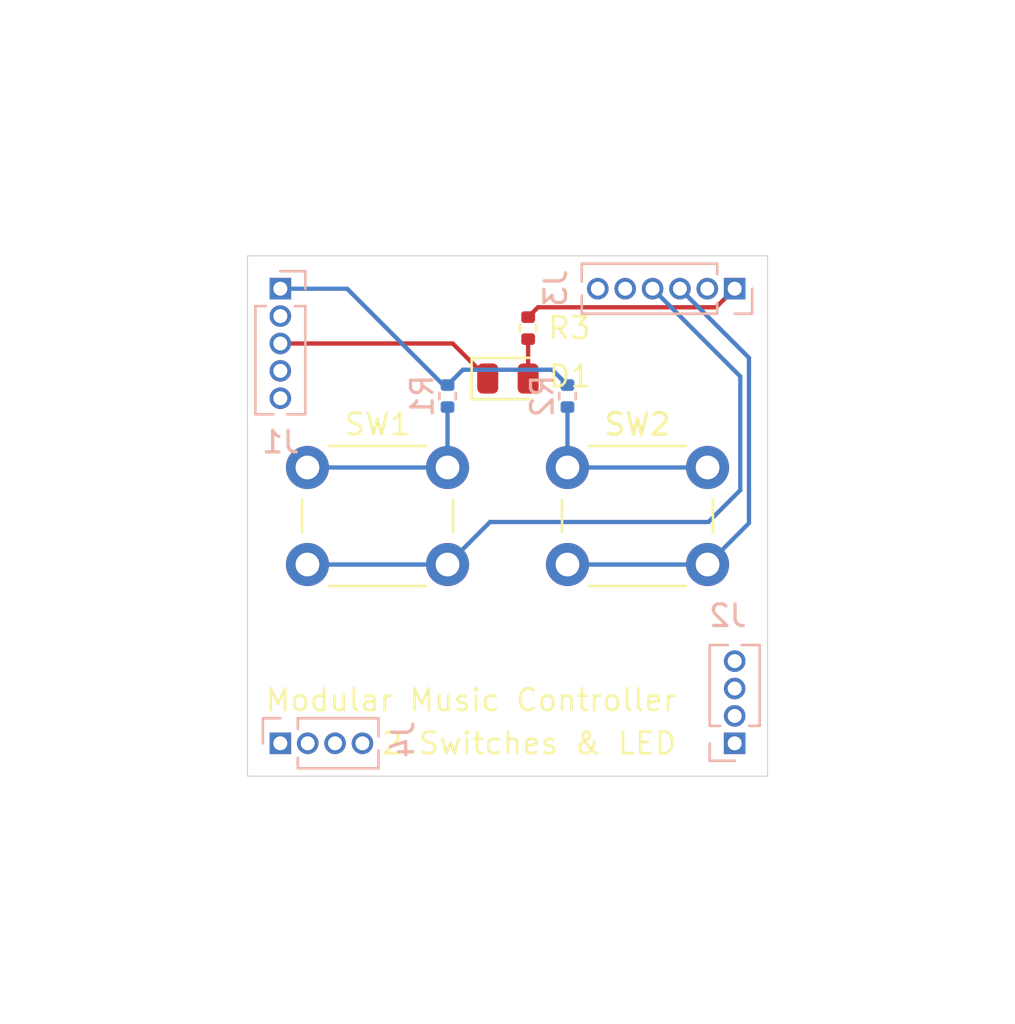
<source format=kicad_pcb>
(kicad_pcb (version 20241229) (generator "pcbnew") (generator_version "9.0")
  (title_block (title "Modular Music Controller / Block / Two Switches (Horizontal)") (date "2025-12-03") (rev "1") (company "Dennis Schulmeister-Zimolong"))
  (layers (0 "F.Cu" signal) (2 "B.Cu" signal) (13 "F.Paste" user) (15 "B.Paste" user) (5 "F.SilkS" user "F.Silkscreen") (7 "B.SilkS" user "B.Silkscreen") (1 "F.Mask" user) (3 "B.Mask" user) (25 "Edge.Cuts" user))
  (net 0 "")
  (net 1 "GND")
  (net 2 "Net-(D1-A)")
  (net 3 "/SlotBus.Clock")
  (net 4 "/AREF")
  (net 5 "/+3.3V Digital")
  (net 6 "/SlotBus.Data")
  (net 7 "/Addr3")
  (net 8 "/Addr0")
  (net 9 "/Addr1")
  (net 10 "/Addr2")
  (net 11 "/B")
  (net 12 "/C")
  (net 13 "/LED")
  (net 14 "/A1")
  (net 15 "/A")
  (net 16 "/A0")
  (net 17 "/Typ3")
  (net 18 "/Typ0")
  (net 19 "/Typ1")
  (net 20 "/Typ2")
  (net 21 "Net-(R1-Pad2)")
  (net 22 "Net-(R2-Pad2)")
  (footprint "LED_SMD:LED_0805_2012Metric" (layer "F.Cu") (at 139.085 107.2896)
    (property "Reference" "D1" (at 2.8725 -0.1016 0) (layer "F.SilkS") (effects (font (thickness 0.125))))
    (property "Value" "LED")
    (fp_line (start -1.685 -0.96) (end -1.685 0.96) (stroke (width 0.12)) (layer "F.SilkS"))
    (fp_line (start -1.685 0.96) (end 1 0.96) (stroke (width 0.12)) (layer "F.SilkS"))
    (fp_line (start 1 -0.96) (end -1.685 -0.96) (stroke (width 0.12)) (layer "F.SilkS"))
    (pad "1" smd roundrect (at -0.9375 0) (size 0.975 1.4) (layers "F.Cu" "F.Mask" "F.Paste") (net 1 "GND"))
    (pad "2" smd roundrect (at 0.9375 0) (size 0.975 1.4) (layers "F.Cu" "F.Mask" "F.Paste") (net 2 "Net-(D1-A)"))
  )
  (footprint "Button_Switch_THT:SW_PUSH_6mm" (layer "F.Cu") (at 141.8473 111.415)
    (property "Reference" "SW2" (at 3.25 -2 0) (layer "F.SilkS"))
    (property "Value" "SW_Push")
    (fp_line (start -0.25 1.5) (end -0.25 3) (stroke (width 0.12)) (layer "F.SilkS"))
    (fp_line (start 1 5.5) (end 5.5 5.5) (stroke (width 0.12)) (layer "F.SilkS"))
    (fp_line (start 5.5 -1) (end 1 -1) (stroke (width 0.12)) (layer "F.SilkS"))
    (fp_line (start 6.75 3) (end 6.75 1.5) (stroke (width 0.12)) (layer "F.SilkS"))
    (pad "1" thru_hole circle (at 0 0 90) (size 2 2) (drill 1.1) (layers "*.Cu" "*.Mask") (net 22 "Net-(R2-Pad2)"))
    (pad "1" thru_hole circle (at 6.5 0 90) (size 2 2) (drill 1.1) (layers "*.Cu" "*.Mask") (net 22 "Net-(R2-Pad2)"))
    (pad "2" thru_hole circle (at 0 4.5 90) (size 2 2) (drill 1.1) (layers "*.Cu" "*.Mask") (net 11 "/B"))
    (pad "2" thru_hole circle (at 6.5 4.5 90) (size 2 2) (drill 1.1) (layers "*.Cu" "*.Mask") (net 11 "/B"))
  )
  (footprint "Resistor_SMD:R_0402_1005Metric" (layer "F.Cu") (at 140.0225 104.9528 -90)
    (property "Reference" "R3" (at 0 -1.9127 180) (layer "F.SilkS") (effects (font (thickness 0.125))))
    (property "Value" "1k")
    (fp_line (start -0.153641 0.38) (end 0.153641 0.38) (stroke (width 0.12)) (layer "F.SilkS"))
    (fp_line (start -0.153641 -0.38) (end 0.153641 -0.38) (stroke (width 0.12)) (layer "F.SilkS"))
    (pad "1" smd roundrect (at -0.51 0 270) (size 0.54 0.64) (layers "F.Cu" "F.Mask" "F.Paste") (net 13 "/LED"))
    (pad "2" smd roundrect (at 0.51 0 270) (size 0.54 0.64) (layers "F.Cu" "F.Mask" "F.Paste") (net 2 "Net-(D1-A)"))
  )
  (footprint "Button_Switch_THT:SW_PUSH_6mm" (layer "F.Cu") (at 129.7827 111.415)
    (property "Reference" "SW1" (at 3.25 -2 0) (layer "F.SilkS") (effects (font (thickness 0.125))))
    (property "Value" "SW_Push")
    (fp_line (start -0.25 1.5) (end -0.25 3) (stroke (width 0.12)) (layer "F.SilkS"))
    (fp_line (start 1 5.5) (end 5.5 5.5) (stroke (width 0.12)) (layer "F.SilkS"))
    (fp_line (start 5.5 -1) (end 1 -1) (stroke (width 0.12)) (layer "F.SilkS"))
    (fp_line (start 6.75 3) (end 6.75 1.5) (stroke (width 0.12)) (layer "F.SilkS"))
    (pad "1" thru_hole circle (at 0 0 90) (size 2 2) (drill 1.1) (layers "*.Cu" "*.Mask") (net 21 "Net-(R1-Pad2)"))
    (pad "1" thru_hole circle (at 6.5 0 90) (size 2 2) (drill 1.1) (layers "*.Cu" "*.Mask") (net 21 "Net-(R1-Pad2)"))
    (pad "2" thru_hole circle (at 0 4.5 90) (size 2 2) (drill 1.1) (layers "*.Cu" "*.Mask") (net 15 "/A"))
    (pad "2" thru_hole circle (at 6.5 4.5 90) (size 2 2) (drill 1.1) (layers "*.Cu" "*.Mask") (net 15 "/A"))
  )
  (footprint "Connector_PinHeader_1.27mm:PinHeader_1x04_P1.27mm_Vertical" (layer "B.Cu") (at 128.525 124.205 -90)
    (property "Reference" "J4" (at -0.1778 -5.6956 90) (layer "B.SilkS") (effects (justify mirror)))
    (property "Value" "Samtec MTMS-104-02-T-S-100")
    (fp_line (start -1.16 0.81) (end 0 0.81) (stroke (width 0.12)) (layer "B.SilkS"))
    (fp_line (start -1.16 0) (end -1.16 0.81) (stroke (width 0.12)) (layer "B.SilkS"))
    (fp_line (start -1.16 -0.81) (end -0.666708 -0.81) (stroke (width 0.12)) (layer "B.SilkS"))
    (fp_line (start -1.16 -0.81) (end -1.16 -4.555) (stroke (width 0.12)) (layer "B.SilkS"))
    (fp_line (start 0.666708 -0.81) (end 1.16 -0.81) (stroke (width 0.12)) (layer "B.SilkS"))
    (fp_line (start 1.16 -0.81) (end 1.16 -4.555) (stroke (width 0.12)) (layer "B.SilkS"))
    (fp_line (start -1.16 -4.555) (end -0.317923 -4.555) (stroke (width 0.12)) (layer "B.SilkS"))
    (fp_line (start 0.317923 -4.555) (end 1.16 -4.555) (stroke (width 0.12)) (layer "B.SilkS"))
    (pad "1" thru_hole rect (at 0 0 270) (size 1 1) (drill 0.65) (layers "*.Cu" "*.Mask") (net 18 "/Typ0"))
    (pad "2" thru_hole circle (at 0 -1.27 270) (size 1 1) (drill 0.65) (layers "*.Cu" "*.Mask") (net 19 "/Typ1"))
    (pad "3" thru_hole circle (at 0 -2.54 270) (size 1 1) (drill 0.65) (layers "*.Cu" "*.Mask") (net 20 "/Typ2"))
    (pad "4" thru_hole circle (at 0 -3.81 270) (size 1 1) (drill 0.65) (layers "*.Cu" "*.Mask") (net 17 "/Typ3"))
  )
  (footprint "Resistor_SMD:R_0402_1005Metric" (layer "B.Cu") (at 141.8473 108.1044 -90)
    (property "Reference" "R2" (at 0 1.17 90) (layer "B.SilkS") (effects (justify mirror)))
    (property "Value" "1k")
    (fp_line (start -0.153641 0.38) (end 0.153641 0.38) (stroke (width 0.12)) (layer "B.SilkS"))
    (fp_line (start -0.153641 -0.38) (end 0.153641 -0.38) (stroke (width 0.12)) (layer "B.SilkS"))
    (pad "1" smd roundrect (at -0.51 0 270) (size 0.54 0.64) (layers "B.Cu" "B.Mask" "B.Paste") (net 5 "/+3.3V Digital"))
    (pad "2" smd roundrect (at 0.51 0 270) (size 0.54 0.64) (layers "B.Cu" "B.Mask" "B.Paste") (net 22 "Net-(R2-Pad2)"))
  )
  (footprint "Resistor_SMD:R_0402_1005Metric" (layer "B.Cu") (at 136.2827 108.1044 -90)
    (property "Reference" "R1" (at 0 1.17 90) (layer "B.SilkS") (effects (justify mirror)))
    (property "Value" "1k")
    (fp_line (start -0.153641 0.38) (end 0.153641 0.38) (stroke (width 0.12)) (layer "B.SilkS"))
    (fp_line (start -0.153641 -0.38) (end 0.153641 -0.38) (stroke (width 0.12)) (layer "B.SilkS"))
    (pad "1" smd roundrect (at -0.51 0 270) (size 0.54 0.64) (layers "B.Cu" "B.Mask" "B.Paste") (net 5 "/+3.3V Digital"))
    (pad "2" smd roundrect (at 0.51 0 270) (size 0.54 0.64) (layers "B.Cu" "B.Mask" "B.Paste") (net 21 "Net-(R1-Pad2)"))
  )
  (footprint "Connector_PinHeader_1.27mm:PinHeader_1x04_P1.27mm_Vertical" (layer "B.Cu") (at 149.605 124.205)
    (property "Reference" "J2" (at -0.317923 -5.9182 0) (layer "B.SilkS") (effects (justify mirror)))
    (property "Value" "Samtec MTMS-104-02-T-S-100")
    (fp_line (start -1.16 -4.555) (end -0.317923 -4.555) (stroke (width 0.12)) (layer "B.SilkS"))
    (fp_line (start -1.16 -0.81) (end -1.16 -4.555) (stroke (width 0.12)) (layer "B.SilkS"))
    (fp_line (start -1.16 -0.81) (end -0.666708 -0.81) (stroke (width 0.12)) (layer "B.SilkS"))
    (fp_line (start -1.16 0) (end -1.16 0.81) (stroke (width 0.12)) (layer "B.SilkS"))
    (fp_line (start -1.16 0.81) (end 0 0.81) (stroke (width 0.12)) (layer "B.SilkS"))
    (fp_line (start 0.317923 -4.555) (end 1.16 -4.555) (stroke (width 0.12)) (layer "B.SilkS"))
    (fp_line (start 0.666708 -0.81) (end 1.16 -0.81) (stroke (width 0.12)) (layer "B.SilkS"))
    (fp_line (start 1.16 -0.81) (end 1.16 -4.555) (stroke (width 0.12)) (layer "B.SilkS"))
    (pad "1" thru_hole rect (at 0 0) (size 1 1) (drill 0.65) (layers "*.Cu" "*.Mask") (net 8 "/Addr0"))
    (pad "2" thru_hole circle (at 0 -1.27) (size 1 1) (drill 0.65) (layers "*.Cu" "*.Mask") (net 9 "/Addr1"))
    (pad "3" thru_hole circle (at 0 -2.54) (size 1 1) (drill 0.65) (layers "*.Cu" "*.Mask") (net 10 "/Addr2"))
    (pad "4" thru_hole circle (at 0 -3.81) (size 1 1) (drill 0.65) (layers "*.Cu" "*.Mask") (net 7 "/Addr3"))
  )
  (footprint "Connector_PinHeader_1.27mm:PinHeader_1x05_P1.27mm_Vertical" (layer "B.Cu") (at 128.525 103.125 180)
    (property "Reference" "J1" (at -0.0254 -7.112 180) (layer "B.SilkS") (effects (justify mirror)))
    (property "Value" "Samtec MTMS-105-02-T-S-100")
    (fp_line (start 1.16 -0.81) (end 1.16 -5.825) (stroke (width 0.12)) (layer "B.SilkS"))
    (fp_line (start 0.666708 -0.81) (end 1.16 -0.81) (stroke (width 0.12)) (layer "B.SilkS"))
    (fp_line (start 0.317923 -5.825) (end 1.16 -5.825) (stroke (width 0.12)) (layer "B.SilkS"))
    (fp_line (start -1.16 0.81) (end 0 0.81) (stroke (width 0.12)) (layer "B.SilkS"))
    (fp_line (start -1.16 0) (end -1.16 0.81) (stroke (width 0.12)) (layer "B.SilkS"))
    (fp_line (start -1.16 -0.81) (end -0.666708 -0.81) (stroke (width 0.12)) (layer "B.SilkS"))
    (fp_line (start -1.16 -0.81) (end -1.16 -5.825) (stroke (width 0.12)) (layer "B.SilkS"))
    (fp_line (start -1.16 -5.825) (end -0.317923 -5.825) (stroke (width 0.12)) (layer "B.SilkS"))
    (pad "1" thru_hole rect (at 0 0 180) (size 1 1) (drill 0.65) (layers "*.Cu" "*.Mask") (net 5 "/+3.3V Digital"))
    (pad "2" thru_hole circle (at 0 -1.27 180) (size 1 1) (drill 0.65) (layers "*.Cu" "*.Mask") (net 4 "/AREF"))
    (pad "3" thru_hole circle (at 0 -2.54 180) (size 1 1) (drill 0.65) (layers "*.Cu" "*.Mask") (net 1 "GND"))
    (pad "4" thru_hole circle (at 0 -3.81 180) (size 1 1) (drill 0.65) (layers "*.Cu" "*.Mask") (net 6 "/SlotBus.Data"))
    (pad "5" thru_hole circle (at 0 -5.08 180) (size 1 1) (drill 0.65) (layers "*.Cu" "*.Mask") (net 3 "/SlotBus.Clock"))
  )
  (footprint "Connector_PinHeader_1.27mm:PinHeader_1x06_P1.27mm_Vertical" (layer "B.Cu") (at 149.605 103.125 90)
    (property "Reference" "J3" (at 0.0254 -8.3058 90) (layer "B.SilkS") (effects (justify mirror)))
    (property "Value" "Samtec  MTMS-106-02-T-S-100")
    (fp_line (start 0.317923 -7.095) (end 1.16 -7.095) (stroke (width 0.12)) (layer "B.SilkS"))
    (fp_line (start -1.16 -7.095) (end -0.317923 -7.095) (stroke (width 0.12)) (layer "B.SilkS"))
    (fp_line (start 1.16 -0.81) (end 1.16 -7.095) (stroke (width 0.12)) (layer "B.SilkS"))
    (fp_line (start 0.666708 -0.81) (end 1.16 -0.81) (stroke (width 0.12)) (layer "B.SilkS"))
    (fp_line (start -1.16 -0.81) (end -1.16 -7.095) (stroke (width 0.12)) (layer "B.SilkS"))
    (fp_line (start -1.16 -0.81) (end -0.666708 -0.81) (stroke (width 0.12)) (layer "B.SilkS"))
    (fp_line (start -1.16 0) (end -1.16 0.81) (stroke (width 0.12)) (layer "B.SilkS"))
    (fp_line (start -1.16 0.81) (end 0 0.81) (stroke (width 0.12)) (layer "B.SilkS"))
    (pad "1" thru_hole rect (at 0 0 90) (size 1 1) (drill 0.65) (layers "*.Cu" "*.Mask") (net 13 "/LED"))
    (pad "2" thru_hole circle (at 0 -1.27 90) (size 1 1) (drill 0.65) (layers "*.Cu" "*.Mask") (net 12 "/C"))
    (pad "3" thru_hole circle (at 0 -2.54 90) (size 1 1) (drill 0.65) (layers "*.Cu" "*.Mask") (net 11 "/B"))
    (pad "4" thru_hole circle (at 0 -3.81 90) (size 1 1) (drill 0.65) (layers "*.Cu" "*.Mask") (net 15 "/A"))
    (pad "5" thru_hole circle (at 0 -5.08 90) (size 1 1) (drill 0.65) (layers "*.Cu" "*.Mask") (net 14 "/A1"))
    (pad "6" thru_hole circle (at 0 -6.35 90) (size 1 1) (drill 0.65) (layers "*.Cu" "*.Mask") (net 16 "/A0"))
  )
  (gr_rect (start 127 101.6) (end 151.13 125.73) (stroke (width 0.05)) (fill no) (layer "Edge.Cuts"))
  (gr_text "2 Switches & LED" (at 133.1468 124.205 0) (layer "F.SilkS") (effects (font (size 1 1) (thickness 0.125)) (justify left)))
  (gr_text "Modular Music Controller" (at 127.762 121.6152 0) (layer "F.SilkS") (effects (font (size 1 1) (thickness 0.125)) (justify left top)))
  (segment (start 138.1475 107.2896) (end 136.5229 105.665) (width 0.2) (layer "F.Cu") (net 1))
  (segment (start 136.5229 105.665) (end 128.525 105.665) (width 0.2) (layer "F.Cu") (net 1))
  (segment (start 140.0225 105.4628) (end 140.0225 107.2896) (width 0.2) (layer "F.Cu") (net 2))
  (segment (start 141.1361 106.8832) (end 136.9939 106.8832) (width 0.2) (layer "B.Cu") (net 5))
  (segment (start 136.0932 107.5944) (end 131.6238 103.125) (width 0.2) (layer "B.Cu") (net 5))
  (segment (start 136.9939 106.8832) (end 136.2827 107.5944) (width 0.2) (layer "B.Cu") (net 5))
  (segment (start 136.2827 107.5944) (end 136.0932 107.5944) (width 0.2) (layer "B.Cu") (net 5))
  (segment (start 141.8473 107.5944) (end 141.1361 106.8832) (width 0.2) (layer "B.Cu") (net 5))
  (segment (start 131.6238 103.125) (end 128.525 103.125) (width 0.2) (layer "B.Cu") (net 5))
  (segment (start 148.3473 115.915) (end 150.2664 113.9959) (width 0.2) (layer "B.Cu") (net 11))
  (segment (start 150.2664 113.9959) (end 150.2664 106.3264) (width 0.2) (layer "B.Cu") (net 11))
  (segment (start 150.2664 106.3264) (end 147.065 103.125) (width 0.2) (layer "B.Cu") (net 11))
  (segment (start 148.3473 115.915) (end 141.8473 115.915) (width 0.2) (layer "B.Cu") (net 11))
  (segment (start 140.0225 104.4428) (end 140.4777 103.9876) (width 0.2) (layer "F.Cu") (net 13))
  (segment (start 148.7424 103.9876) (end 149.605 103.125) (width 0.2) (layer "F.Cu") (net 13))
  (segment (start 140.4777 103.9876) (end 148.7424 103.9876) (width 0.2) (layer "F.Cu") (net 13))
  (segment (start 148.3868 113.9444) (end 149.8654 112.4658) (width 0.2) (layer "B.Cu") (net 15))
  (segment (start 149.8654 112.4658) (end 149.8654 107.1954) (width 0.2) (layer "B.Cu") (net 15))
  (segment (start 138.2533 113.9444) (end 148.3868 113.9444) (width 0.2) (layer "B.Cu") (net 15))
  (segment (start 136.2827 115.915) (end 138.2533 113.9444) (width 0.2) (layer "B.Cu") (net 15))
  (segment (start 136.2827 115.915) (end 129.7827 115.915) (width 0.2) (layer "B.Cu") (net 15))
  (segment (start 149.8654 107.1954) (end 145.795 103.125) (width 0.2) (layer "B.Cu") (net 15))
  (segment (start 136.2827 111.415) (end 129.7827 111.415) (width 0.2) (layer "B.Cu") (net 21))
  (segment (start 136.2827 108.6144) (end 136.2827 111.415) (width 0.2) (layer "B.Cu") (net 21))
  (segment (start 141.8473 108.6144) (end 141.8473 111.415) (width 0.2) (layer "B.Cu") (net 22))
  (segment (start 148.3473 111.415) (end 141.8473 111.415) (width 0.2) (layer "B.Cu") (net 22))
)
</source>
